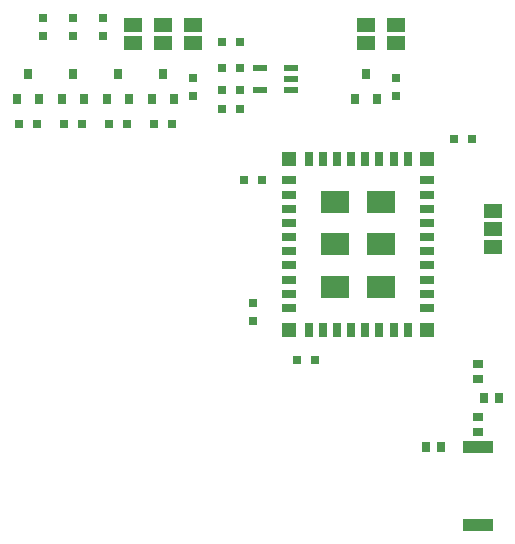
<source format=gtp>
G75*
G70*
%OFA0B0*%
%FSLAX24Y24*%
%IPPOS*%
%LPD*%
%AMOC8*
5,1,8,0,0,1.08239X$1,22.5*
%
%ADD10R,0.0945X0.0748*%
%ADD11R,0.0472X0.0472*%
%ADD12R,0.0472X0.0276*%
%ADD13R,0.0276X0.0472*%
%ADD14R,0.0300X0.0300*%
%ADD15R,0.0276X0.0354*%
%ADD16R,0.0354X0.0276*%
%ADD17R,0.1000X0.0400*%
%ADD18R,0.0630X0.0460*%
%ADD19R,0.0315X0.0354*%
%ADD20R,0.0472X0.0217*%
D10*
X021622Y010723D03*
X021622Y012140D03*
X021622Y013557D03*
X023158Y013557D03*
X023158Y012140D03*
X023158Y010723D03*
D11*
X024693Y009286D03*
X020087Y009286D03*
X020087Y014994D03*
X024693Y014994D03*
D12*
X024693Y014266D03*
X024693Y013794D03*
X024693Y013321D03*
X024693Y012849D03*
X024693Y012376D03*
X024693Y011904D03*
X024693Y011431D03*
X024693Y010959D03*
X024693Y010486D03*
X024693Y010014D03*
X020087Y010014D03*
X020087Y010486D03*
X020087Y010959D03*
X020087Y011431D03*
X020087Y011904D03*
X020087Y012376D03*
X020087Y012849D03*
X020087Y013321D03*
X020087Y013794D03*
X020087Y014266D03*
D13*
X020736Y014994D03*
X021209Y014994D03*
X021681Y014994D03*
X022154Y014994D03*
X022626Y014994D03*
X023099Y014994D03*
X023571Y014994D03*
X024044Y014994D03*
X024044Y009286D03*
X023571Y009286D03*
X023099Y009286D03*
X022626Y009286D03*
X022154Y009286D03*
X021681Y009286D03*
X021209Y009286D03*
X020736Y009286D03*
D14*
X018590Y014265D03*
X019190Y014265D03*
X018440Y016640D03*
X017840Y016640D03*
X017840Y017265D03*
X018440Y017265D03*
X018440Y018015D03*
X017840Y018015D03*
X016890Y017690D03*
X016890Y017090D03*
X016190Y016140D03*
X015590Y016140D03*
X014690Y016140D03*
X014090Y016140D03*
X013190Y016140D03*
X012590Y016140D03*
X011690Y016140D03*
X011090Y016140D03*
X011890Y019090D03*
X011890Y019690D03*
X012890Y019690D03*
X012890Y019090D03*
X013890Y019090D03*
X013890Y019690D03*
X017840Y018890D03*
X018440Y018890D03*
X023640Y017690D03*
X023640Y017090D03*
X025590Y015640D03*
X026190Y015640D03*
X018890Y010190D03*
X018890Y009590D03*
X020340Y008265D03*
X020940Y008265D03*
D15*
X024634Y005390D03*
X025146Y005390D03*
X026572Y007015D03*
X027083Y007015D03*
D16*
X026390Y006396D03*
X026390Y005884D03*
X026390Y007634D03*
X026390Y008146D03*
D17*
X026390Y005378D03*
X026390Y002778D03*
D18*
X026890Y012040D03*
X026890Y012640D03*
X026890Y013240D03*
X023640Y018840D03*
X023640Y019440D03*
X022640Y019440D03*
X022640Y018840D03*
X016890Y018840D03*
X016890Y019440D03*
X015890Y019440D03*
X015890Y018840D03*
X014890Y018840D03*
X014890Y019440D03*
D19*
X014390Y017823D03*
X014016Y016996D03*
X014764Y016996D03*
X015516Y016996D03*
X016264Y016996D03*
X015890Y017823D03*
X013264Y016996D03*
X012516Y016996D03*
X011764Y016996D03*
X011016Y016996D03*
X011390Y017823D03*
X012890Y017823D03*
X022266Y016996D03*
X023014Y016996D03*
X022640Y017823D03*
D20*
X020152Y017640D03*
X020152Y018014D03*
X020152Y017266D03*
X019128Y017266D03*
X019128Y018014D03*
M02*

</source>
